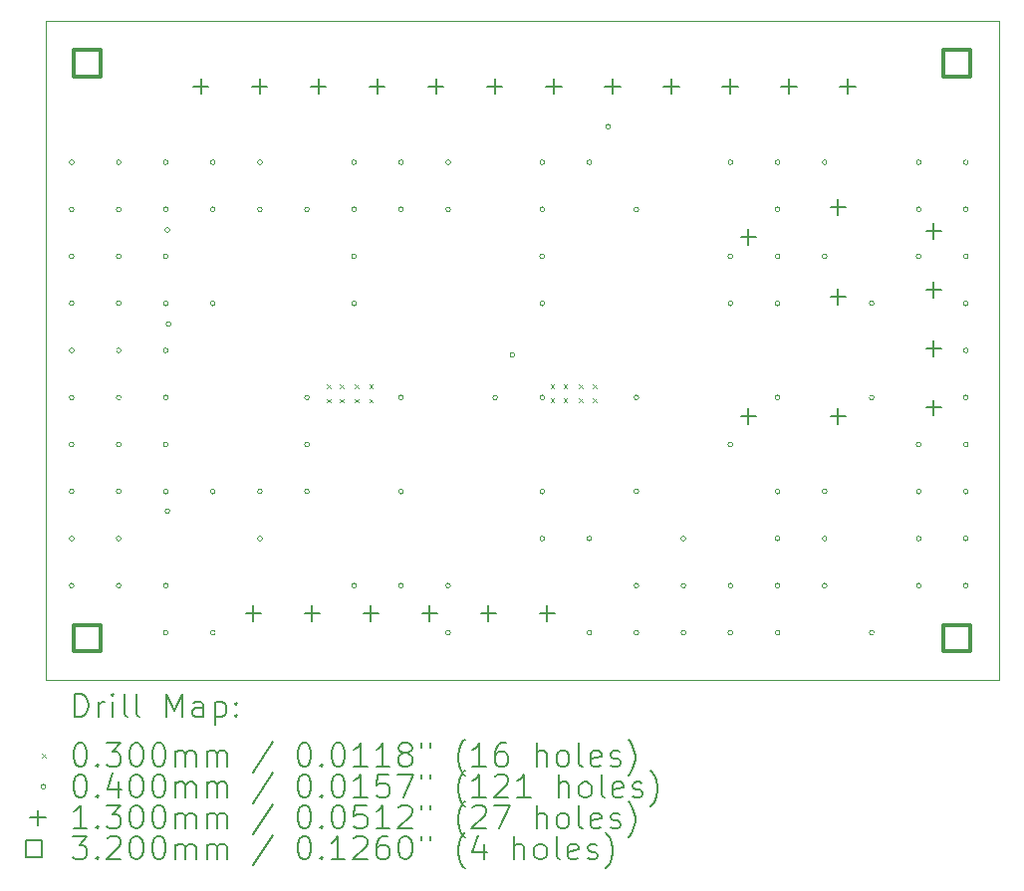
<source format=gbr>
%TF.GenerationSoftware,KiCad,Pcbnew,7.0.1*%
%TF.CreationDate,2023-12-04T13:49:38-08:00*%
%TF.ProjectId,GReX_Power,47526558-5f50-46f7-9765-722e6b696361,2*%
%TF.SameCoordinates,Original*%
%TF.FileFunction,Drillmap*%
%TF.FilePolarity,Positive*%
%FSLAX45Y45*%
G04 Gerber Fmt 4.5, Leading zero omitted, Abs format (unit mm)*
G04 Created by KiCad (PCBNEW 7.0.1) date 2023-12-04 13:49:38*
%MOMM*%
%LPD*%
G01*
G04 APERTURE LIST*
%ADD10C,0.100000*%
%ADD11C,0.200000*%
%ADD12C,0.030000*%
%ADD13C,0.040000*%
%ADD14C,0.130000*%
%ADD15C,0.320000*%
G04 APERTURE END LIST*
D10*
X12710000Y-7075000D02*
X20810000Y-7075000D01*
X20810000Y-12675000D01*
X12710000Y-12675000D01*
X12710000Y-7075000D01*
D11*
D12*
X15095300Y-10165000D02*
X15125300Y-10195000D01*
X15125300Y-10165000D02*
X15095300Y-10195000D01*
X15095300Y-10285000D02*
X15125300Y-10315000D01*
X15125300Y-10285000D02*
X15095300Y-10315000D01*
X15205300Y-10165000D02*
X15235300Y-10195000D01*
X15235300Y-10165000D02*
X15205300Y-10195000D01*
X15205300Y-10285000D02*
X15235300Y-10315000D01*
X15235300Y-10285000D02*
X15205300Y-10315000D01*
X15335300Y-10165000D02*
X15365300Y-10195000D01*
X15365300Y-10165000D02*
X15335300Y-10195000D01*
X15335300Y-10285000D02*
X15365300Y-10315000D01*
X15365300Y-10285000D02*
X15335300Y-10315000D01*
X15455300Y-10165000D02*
X15485300Y-10195000D01*
X15485300Y-10165000D02*
X15455300Y-10195000D01*
X15455300Y-10285000D02*
X15485300Y-10315000D01*
X15485300Y-10285000D02*
X15455300Y-10315000D01*
X16998100Y-10164000D02*
X17028100Y-10194000D01*
X17028100Y-10164000D02*
X16998100Y-10194000D01*
X16998100Y-10284000D02*
X17028100Y-10314000D01*
X17028100Y-10284000D02*
X16998100Y-10314000D01*
X17108100Y-10164000D02*
X17138100Y-10194000D01*
X17138100Y-10164000D02*
X17108100Y-10194000D01*
X17108100Y-10284000D02*
X17138100Y-10314000D01*
X17138100Y-10284000D02*
X17108100Y-10314000D01*
X17238100Y-10164000D02*
X17268100Y-10194000D01*
X17268100Y-10164000D02*
X17238100Y-10194000D01*
X17238100Y-10284000D02*
X17268100Y-10314000D01*
X17268100Y-10284000D02*
X17238100Y-10314000D01*
X17358100Y-10164000D02*
X17388100Y-10194000D01*
X17388100Y-10164000D02*
X17358100Y-10194000D01*
X17358100Y-10284000D02*
X17388100Y-10314000D01*
X17388100Y-10284000D02*
X17358100Y-10314000D01*
D13*
X12945900Y-8273800D02*
G75*
G03*
X12945900Y-8273800I-20000J0D01*
G01*
X12945900Y-8673800D02*
G75*
G03*
X12945900Y-8673800I-20000J0D01*
G01*
X12945900Y-9073800D02*
G75*
G03*
X12945900Y-9073800I-20000J0D01*
G01*
X12945900Y-9473800D02*
G75*
G03*
X12945900Y-9473800I-20000J0D01*
G01*
X12945900Y-9873800D02*
G75*
G03*
X12945900Y-9873800I-20000J0D01*
G01*
X12945900Y-10273800D02*
G75*
G03*
X12945900Y-10273800I-20000J0D01*
G01*
X12945900Y-10673800D02*
G75*
G03*
X12945900Y-10673800I-20000J0D01*
G01*
X12945900Y-11073800D02*
G75*
G03*
X12945900Y-11073800I-20000J0D01*
G01*
X12945900Y-11473800D02*
G75*
G03*
X12945900Y-11473800I-20000J0D01*
G01*
X12945900Y-11873800D02*
G75*
G03*
X12945900Y-11873800I-20000J0D01*
G01*
X13345900Y-8273800D02*
G75*
G03*
X13345900Y-8273800I-20000J0D01*
G01*
X13345900Y-8673800D02*
G75*
G03*
X13345900Y-8673800I-20000J0D01*
G01*
X13345900Y-9073800D02*
G75*
G03*
X13345900Y-9073800I-20000J0D01*
G01*
X13345900Y-9473800D02*
G75*
G03*
X13345900Y-9473800I-20000J0D01*
G01*
X13345900Y-9873800D02*
G75*
G03*
X13345900Y-9873800I-20000J0D01*
G01*
X13345900Y-10273800D02*
G75*
G03*
X13345900Y-10273800I-20000J0D01*
G01*
X13345900Y-10673800D02*
G75*
G03*
X13345900Y-10673800I-20000J0D01*
G01*
X13345900Y-11073800D02*
G75*
G03*
X13345900Y-11073800I-20000J0D01*
G01*
X13345900Y-11473800D02*
G75*
G03*
X13345900Y-11473800I-20000J0D01*
G01*
X13345900Y-11873800D02*
G75*
G03*
X13345900Y-11873800I-20000J0D01*
G01*
X13745900Y-8273800D02*
G75*
G03*
X13745900Y-8273800I-20000J0D01*
G01*
X13745900Y-8673800D02*
G75*
G03*
X13745900Y-8673800I-20000J0D01*
G01*
X13745900Y-9073800D02*
G75*
G03*
X13745900Y-9073800I-20000J0D01*
G01*
X13745900Y-9473800D02*
G75*
G03*
X13745900Y-9473800I-20000J0D01*
G01*
X13745900Y-9873800D02*
G75*
G03*
X13745900Y-9873800I-20000J0D01*
G01*
X13745900Y-10273800D02*
G75*
G03*
X13745900Y-10273800I-20000J0D01*
G01*
X13745900Y-10673800D02*
G75*
G03*
X13745900Y-10673800I-20000J0D01*
G01*
X13745900Y-11073800D02*
G75*
G03*
X13745900Y-11073800I-20000J0D01*
G01*
X13745900Y-11873800D02*
G75*
G03*
X13745900Y-11873800I-20000J0D01*
G01*
X13745900Y-12273800D02*
G75*
G03*
X13745900Y-12273800I-20000J0D01*
G01*
X13760000Y-8850000D02*
G75*
G03*
X13760000Y-8850000I-20000J0D01*
G01*
X13760000Y-11240000D02*
G75*
G03*
X13760000Y-11240000I-20000J0D01*
G01*
X13770000Y-9650000D02*
G75*
G03*
X13770000Y-9650000I-20000J0D01*
G01*
X14145900Y-8273800D02*
G75*
G03*
X14145900Y-8273800I-20000J0D01*
G01*
X14145900Y-8673800D02*
G75*
G03*
X14145900Y-8673800I-20000J0D01*
G01*
X14145900Y-9473800D02*
G75*
G03*
X14145900Y-9473800I-20000J0D01*
G01*
X14145900Y-11073800D02*
G75*
G03*
X14145900Y-11073800I-20000J0D01*
G01*
X14145900Y-12273800D02*
G75*
G03*
X14145900Y-12273800I-20000J0D01*
G01*
X14545900Y-8273800D02*
G75*
G03*
X14545900Y-8273800I-20000J0D01*
G01*
X14545900Y-8673800D02*
G75*
G03*
X14545900Y-8673800I-20000J0D01*
G01*
X14545900Y-11073800D02*
G75*
G03*
X14545900Y-11073800I-20000J0D01*
G01*
X14545900Y-11473800D02*
G75*
G03*
X14545900Y-11473800I-20000J0D01*
G01*
X14945900Y-8673800D02*
G75*
G03*
X14945900Y-8673800I-20000J0D01*
G01*
X14945900Y-10273800D02*
G75*
G03*
X14945900Y-10273800I-20000J0D01*
G01*
X14945900Y-10673800D02*
G75*
G03*
X14945900Y-10673800I-20000J0D01*
G01*
X14945900Y-11073800D02*
G75*
G03*
X14945900Y-11073800I-20000J0D01*
G01*
X15345900Y-8273800D02*
G75*
G03*
X15345900Y-8273800I-20000J0D01*
G01*
X15345900Y-8673800D02*
G75*
G03*
X15345900Y-8673800I-20000J0D01*
G01*
X15345900Y-9073800D02*
G75*
G03*
X15345900Y-9073800I-20000J0D01*
G01*
X15345900Y-9473800D02*
G75*
G03*
X15345900Y-9473800I-20000J0D01*
G01*
X15345900Y-11873800D02*
G75*
G03*
X15345900Y-11873800I-20000J0D01*
G01*
X15745900Y-8273800D02*
G75*
G03*
X15745900Y-8273800I-20000J0D01*
G01*
X15745900Y-8673800D02*
G75*
G03*
X15745900Y-8673800I-20000J0D01*
G01*
X15745900Y-10273800D02*
G75*
G03*
X15745900Y-10273800I-20000J0D01*
G01*
X15745900Y-11073800D02*
G75*
G03*
X15745900Y-11073800I-20000J0D01*
G01*
X15745900Y-11873800D02*
G75*
G03*
X15745900Y-11873800I-20000J0D01*
G01*
X16145900Y-8273800D02*
G75*
G03*
X16145900Y-8273800I-20000J0D01*
G01*
X16145900Y-8673800D02*
G75*
G03*
X16145900Y-8673800I-20000J0D01*
G01*
X16145900Y-11873800D02*
G75*
G03*
X16145900Y-11873800I-20000J0D01*
G01*
X16145900Y-12273800D02*
G75*
G03*
X16145900Y-12273800I-20000J0D01*
G01*
X16545900Y-10273800D02*
G75*
G03*
X16545900Y-10273800I-20000J0D01*
G01*
X16692400Y-9912100D02*
G75*
G03*
X16692400Y-9912100I-20000J0D01*
G01*
X16945900Y-8273800D02*
G75*
G03*
X16945900Y-8273800I-20000J0D01*
G01*
X16945900Y-8673800D02*
G75*
G03*
X16945900Y-8673800I-20000J0D01*
G01*
X16945900Y-9073800D02*
G75*
G03*
X16945900Y-9073800I-20000J0D01*
G01*
X16945900Y-9473800D02*
G75*
G03*
X16945900Y-9473800I-20000J0D01*
G01*
X16945900Y-10273800D02*
G75*
G03*
X16945900Y-10273800I-20000J0D01*
G01*
X16945900Y-11073800D02*
G75*
G03*
X16945900Y-11073800I-20000J0D01*
G01*
X16945900Y-11473800D02*
G75*
G03*
X16945900Y-11473800I-20000J0D01*
G01*
X17345900Y-8273800D02*
G75*
G03*
X17345900Y-8273800I-20000J0D01*
G01*
X17345900Y-11473800D02*
G75*
G03*
X17345900Y-11473800I-20000J0D01*
G01*
X17345900Y-12273800D02*
G75*
G03*
X17345900Y-12273800I-20000J0D01*
G01*
X17505200Y-7970000D02*
G75*
G03*
X17505200Y-7970000I-20000J0D01*
G01*
X17745900Y-8673800D02*
G75*
G03*
X17745900Y-8673800I-20000J0D01*
G01*
X17745900Y-10273800D02*
G75*
G03*
X17745900Y-10273800I-20000J0D01*
G01*
X17745900Y-11073800D02*
G75*
G03*
X17745900Y-11073800I-20000J0D01*
G01*
X17745900Y-11873800D02*
G75*
G03*
X17745900Y-11873800I-20000J0D01*
G01*
X17745900Y-12273800D02*
G75*
G03*
X17745900Y-12273800I-20000J0D01*
G01*
X18145900Y-11473800D02*
G75*
G03*
X18145900Y-11473800I-20000J0D01*
G01*
X18145900Y-11873800D02*
G75*
G03*
X18145900Y-11873800I-20000J0D01*
G01*
X18145900Y-12273800D02*
G75*
G03*
X18145900Y-12273800I-20000J0D01*
G01*
X18545900Y-8273800D02*
G75*
G03*
X18545900Y-8273800I-20000J0D01*
G01*
X18545900Y-9073800D02*
G75*
G03*
X18545900Y-9073800I-20000J0D01*
G01*
X18545900Y-9473800D02*
G75*
G03*
X18545900Y-9473800I-20000J0D01*
G01*
X18545900Y-10673800D02*
G75*
G03*
X18545900Y-10673800I-20000J0D01*
G01*
X18545900Y-11873800D02*
G75*
G03*
X18545900Y-11873800I-20000J0D01*
G01*
X18545900Y-12273800D02*
G75*
G03*
X18545900Y-12273800I-20000J0D01*
G01*
X18945900Y-8273800D02*
G75*
G03*
X18945900Y-8273800I-20000J0D01*
G01*
X18945900Y-8673800D02*
G75*
G03*
X18945900Y-8673800I-20000J0D01*
G01*
X18945900Y-9073800D02*
G75*
G03*
X18945900Y-9073800I-20000J0D01*
G01*
X18945900Y-9473800D02*
G75*
G03*
X18945900Y-9473800I-20000J0D01*
G01*
X18945900Y-10273800D02*
G75*
G03*
X18945900Y-10273800I-20000J0D01*
G01*
X18945900Y-11073800D02*
G75*
G03*
X18945900Y-11073800I-20000J0D01*
G01*
X18945900Y-11473800D02*
G75*
G03*
X18945900Y-11473800I-20000J0D01*
G01*
X18945900Y-11873800D02*
G75*
G03*
X18945900Y-11873800I-20000J0D01*
G01*
X18945900Y-12273800D02*
G75*
G03*
X18945900Y-12273800I-20000J0D01*
G01*
X19345900Y-8273800D02*
G75*
G03*
X19345900Y-8273800I-20000J0D01*
G01*
X19345900Y-9073800D02*
G75*
G03*
X19345900Y-9073800I-20000J0D01*
G01*
X19345900Y-11073800D02*
G75*
G03*
X19345900Y-11073800I-20000J0D01*
G01*
X19345900Y-11473800D02*
G75*
G03*
X19345900Y-11473800I-20000J0D01*
G01*
X19345900Y-11873800D02*
G75*
G03*
X19345900Y-11873800I-20000J0D01*
G01*
X19745900Y-9473800D02*
G75*
G03*
X19745900Y-9473800I-20000J0D01*
G01*
X19745900Y-10273800D02*
G75*
G03*
X19745900Y-10273800I-20000J0D01*
G01*
X19745900Y-12273800D02*
G75*
G03*
X19745900Y-12273800I-20000J0D01*
G01*
X20145900Y-8273800D02*
G75*
G03*
X20145900Y-8273800I-20000J0D01*
G01*
X20145900Y-8673800D02*
G75*
G03*
X20145900Y-8673800I-20000J0D01*
G01*
X20145900Y-9073800D02*
G75*
G03*
X20145900Y-9073800I-20000J0D01*
G01*
X20145900Y-10673800D02*
G75*
G03*
X20145900Y-10673800I-20000J0D01*
G01*
X20145900Y-11073800D02*
G75*
G03*
X20145900Y-11073800I-20000J0D01*
G01*
X20145900Y-11473800D02*
G75*
G03*
X20145900Y-11473800I-20000J0D01*
G01*
X20145900Y-11873800D02*
G75*
G03*
X20145900Y-11873800I-20000J0D01*
G01*
X20545900Y-8273800D02*
G75*
G03*
X20545900Y-8273800I-20000J0D01*
G01*
X20545900Y-8673800D02*
G75*
G03*
X20545900Y-8673800I-20000J0D01*
G01*
X20545900Y-9073800D02*
G75*
G03*
X20545900Y-9073800I-20000J0D01*
G01*
X20545900Y-9473800D02*
G75*
G03*
X20545900Y-9473800I-20000J0D01*
G01*
X20545900Y-9873800D02*
G75*
G03*
X20545900Y-9873800I-20000J0D01*
G01*
X20545900Y-10273800D02*
G75*
G03*
X20545900Y-10273800I-20000J0D01*
G01*
X20545900Y-10673800D02*
G75*
G03*
X20545900Y-10673800I-20000J0D01*
G01*
X20545900Y-11073800D02*
G75*
G03*
X20545900Y-11073800I-20000J0D01*
G01*
X20545900Y-11473800D02*
G75*
G03*
X20545900Y-11473800I-20000J0D01*
G01*
X20545900Y-11873800D02*
G75*
G03*
X20545900Y-11873800I-20000J0D01*
G01*
D14*
X14023300Y-7561100D02*
X14023300Y-7691100D01*
X13958300Y-7626100D02*
X14088300Y-7626100D01*
X14469200Y-12044200D02*
X14469200Y-12174200D01*
X14404200Y-12109200D02*
X14534200Y-12109200D01*
X14523300Y-7561100D02*
X14523300Y-7691100D01*
X14458300Y-7626100D02*
X14588300Y-7626100D01*
X14969200Y-12044200D02*
X14969200Y-12174200D01*
X14904200Y-12109200D02*
X15034200Y-12109200D01*
X15023300Y-7561100D02*
X15023300Y-7691100D01*
X14958300Y-7626100D02*
X15088300Y-7626100D01*
X15469200Y-12044200D02*
X15469200Y-12174200D01*
X15404200Y-12109200D02*
X15534200Y-12109200D01*
X15523300Y-7561100D02*
X15523300Y-7691100D01*
X15458300Y-7626100D02*
X15588300Y-7626100D01*
X15969200Y-12044200D02*
X15969200Y-12174200D01*
X15904200Y-12109200D02*
X16034200Y-12109200D01*
X16023300Y-7561100D02*
X16023300Y-7691100D01*
X15958300Y-7626100D02*
X16088300Y-7626100D01*
X16469200Y-12044200D02*
X16469200Y-12174200D01*
X16404200Y-12109200D02*
X16534200Y-12109200D01*
X16523300Y-7561100D02*
X16523300Y-7691100D01*
X16458300Y-7626100D02*
X16588300Y-7626100D01*
X16969200Y-12044200D02*
X16969200Y-12174200D01*
X16904200Y-12109200D02*
X17034200Y-12109200D01*
X17023300Y-7561100D02*
X17023300Y-7691100D01*
X16958300Y-7626100D02*
X17088300Y-7626100D01*
X17523300Y-7561100D02*
X17523300Y-7691100D01*
X17458300Y-7626100D02*
X17588300Y-7626100D01*
X18023300Y-7561100D02*
X18023300Y-7691100D01*
X17958300Y-7626100D02*
X18088300Y-7626100D01*
X18523300Y-7561100D02*
X18523300Y-7691100D01*
X18458300Y-7626100D02*
X18588300Y-7626100D01*
X18679000Y-8843800D02*
X18679000Y-8973800D01*
X18614000Y-8908800D02*
X18744000Y-8908800D01*
X18679000Y-10367800D02*
X18679000Y-10497800D01*
X18614000Y-10432800D02*
X18744000Y-10432800D01*
X19023300Y-7561100D02*
X19023300Y-7691100D01*
X18958300Y-7626100D02*
X19088300Y-7626100D01*
X19441000Y-8589800D02*
X19441000Y-8719800D01*
X19376000Y-8654800D02*
X19506000Y-8654800D01*
X19441000Y-9351800D02*
X19441000Y-9481800D01*
X19376000Y-9416800D02*
X19506000Y-9416800D01*
X19441000Y-10367800D02*
X19441000Y-10497800D01*
X19376000Y-10432800D02*
X19506000Y-10432800D01*
X19523300Y-7561100D02*
X19523300Y-7691100D01*
X19458300Y-7626100D02*
X19588300Y-7626100D01*
X20253800Y-8793000D02*
X20253800Y-8923000D01*
X20188800Y-8858000D02*
X20318800Y-8858000D01*
X20253800Y-9293000D02*
X20253800Y-9423000D01*
X20188800Y-9358000D02*
X20318800Y-9358000D01*
X20253800Y-9793000D02*
X20253800Y-9923000D01*
X20188800Y-9858000D02*
X20318800Y-9858000D01*
X20253800Y-10293000D02*
X20253800Y-10423000D01*
X20188800Y-10358000D02*
X20318800Y-10358000D01*
D15*
X13173138Y-7543138D02*
X13173138Y-7316862D01*
X12946862Y-7316862D01*
X12946862Y-7543138D01*
X13173138Y-7543138D01*
X13173138Y-12433138D02*
X13173138Y-12206862D01*
X12946862Y-12206862D01*
X12946862Y-12433138D01*
X13173138Y-12433138D01*
X20563138Y-7543138D02*
X20563138Y-7316862D01*
X20336862Y-7316862D01*
X20336862Y-7543138D01*
X20563138Y-7543138D01*
X20563138Y-12433138D02*
X20563138Y-12206862D01*
X20336862Y-12206862D01*
X20336862Y-12433138D01*
X20563138Y-12433138D01*
D11*
X12952619Y-12992524D02*
X12952619Y-12792524D01*
X12952619Y-12792524D02*
X13000238Y-12792524D01*
X13000238Y-12792524D02*
X13028809Y-12802048D01*
X13028809Y-12802048D02*
X13047857Y-12821095D01*
X13047857Y-12821095D02*
X13057381Y-12840143D01*
X13057381Y-12840143D02*
X13066905Y-12878238D01*
X13066905Y-12878238D02*
X13066905Y-12906809D01*
X13066905Y-12906809D02*
X13057381Y-12944905D01*
X13057381Y-12944905D02*
X13047857Y-12963952D01*
X13047857Y-12963952D02*
X13028809Y-12983000D01*
X13028809Y-12983000D02*
X13000238Y-12992524D01*
X13000238Y-12992524D02*
X12952619Y-12992524D01*
X13152619Y-12992524D02*
X13152619Y-12859190D01*
X13152619Y-12897286D02*
X13162143Y-12878238D01*
X13162143Y-12878238D02*
X13171667Y-12868714D01*
X13171667Y-12868714D02*
X13190714Y-12859190D01*
X13190714Y-12859190D02*
X13209762Y-12859190D01*
X13276428Y-12992524D02*
X13276428Y-12859190D01*
X13276428Y-12792524D02*
X13266905Y-12802048D01*
X13266905Y-12802048D02*
X13276428Y-12811571D01*
X13276428Y-12811571D02*
X13285952Y-12802048D01*
X13285952Y-12802048D02*
X13276428Y-12792524D01*
X13276428Y-12792524D02*
X13276428Y-12811571D01*
X13400238Y-12992524D02*
X13381190Y-12983000D01*
X13381190Y-12983000D02*
X13371667Y-12963952D01*
X13371667Y-12963952D02*
X13371667Y-12792524D01*
X13505000Y-12992524D02*
X13485952Y-12983000D01*
X13485952Y-12983000D02*
X13476428Y-12963952D01*
X13476428Y-12963952D02*
X13476428Y-12792524D01*
X13733571Y-12992524D02*
X13733571Y-12792524D01*
X13733571Y-12792524D02*
X13800238Y-12935381D01*
X13800238Y-12935381D02*
X13866905Y-12792524D01*
X13866905Y-12792524D02*
X13866905Y-12992524D01*
X14047857Y-12992524D02*
X14047857Y-12887762D01*
X14047857Y-12887762D02*
X14038333Y-12868714D01*
X14038333Y-12868714D02*
X14019286Y-12859190D01*
X14019286Y-12859190D02*
X13981190Y-12859190D01*
X13981190Y-12859190D02*
X13962143Y-12868714D01*
X14047857Y-12983000D02*
X14028809Y-12992524D01*
X14028809Y-12992524D02*
X13981190Y-12992524D01*
X13981190Y-12992524D02*
X13962143Y-12983000D01*
X13962143Y-12983000D02*
X13952619Y-12963952D01*
X13952619Y-12963952D02*
X13952619Y-12944905D01*
X13952619Y-12944905D02*
X13962143Y-12925857D01*
X13962143Y-12925857D02*
X13981190Y-12916333D01*
X13981190Y-12916333D02*
X14028809Y-12916333D01*
X14028809Y-12916333D02*
X14047857Y-12906809D01*
X14143095Y-12859190D02*
X14143095Y-13059190D01*
X14143095Y-12868714D02*
X14162143Y-12859190D01*
X14162143Y-12859190D02*
X14200238Y-12859190D01*
X14200238Y-12859190D02*
X14219286Y-12868714D01*
X14219286Y-12868714D02*
X14228809Y-12878238D01*
X14228809Y-12878238D02*
X14238333Y-12897286D01*
X14238333Y-12897286D02*
X14238333Y-12954428D01*
X14238333Y-12954428D02*
X14228809Y-12973476D01*
X14228809Y-12973476D02*
X14219286Y-12983000D01*
X14219286Y-12983000D02*
X14200238Y-12992524D01*
X14200238Y-12992524D02*
X14162143Y-12992524D01*
X14162143Y-12992524D02*
X14143095Y-12983000D01*
X14324048Y-12973476D02*
X14333571Y-12983000D01*
X14333571Y-12983000D02*
X14324048Y-12992524D01*
X14324048Y-12992524D02*
X14314524Y-12983000D01*
X14314524Y-12983000D02*
X14324048Y-12973476D01*
X14324048Y-12973476D02*
X14324048Y-12992524D01*
X14324048Y-12868714D02*
X14333571Y-12878238D01*
X14333571Y-12878238D02*
X14324048Y-12887762D01*
X14324048Y-12887762D02*
X14314524Y-12878238D01*
X14314524Y-12878238D02*
X14324048Y-12868714D01*
X14324048Y-12868714D02*
X14324048Y-12887762D01*
D12*
X12675000Y-13305000D02*
X12705000Y-13335000D01*
X12705000Y-13305000D02*
X12675000Y-13335000D01*
D11*
X12990714Y-13212524D02*
X13009762Y-13212524D01*
X13009762Y-13212524D02*
X13028809Y-13222048D01*
X13028809Y-13222048D02*
X13038333Y-13231571D01*
X13038333Y-13231571D02*
X13047857Y-13250619D01*
X13047857Y-13250619D02*
X13057381Y-13288714D01*
X13057381Y-13288714D02*
X13057381Y-13336333D01*
X13057381Y-13336333D02*
X13047857Y-13374428D01*
X13047857Y-13374428D02*
X13038333Y-13393476D01*
X13038333Y-13393476D02*
X13028809Y-13403000D01*
X13028809Y-13403000D02*
X13009762Y-13412524D01*
X13009762Y-13412524D02*
X12990714Y-13412524D01*
X12990714Y-13412524D02*
X12971667Y-13403000D01*
X12971667Y-13403000D02*
X12962143Y-13393476D01*
X12962143Y-13393476D02*
X12952619Y-13374428D01*
X12952619Y-13374428D02*
X12943095Y-13336333D01*
X12943095Y-13336333D02*
X12943095Y-13288714D01*
X12943095Y-13288714D02*
X12952619Y-13250619D01*
X12952619Y-13250619D02*
X12962143Y-13231571D01*
X12962143Y-13231571D02*
X12971667Y-13222048D01*
X12971667Y-13222048D02*
X12990714Y-13212524D01*
X13143095Y-13393476D02*
X13152619Y-13403000D01*
X13152619Y-13403000D02*
X13143095Y-13412524D01*
X13143095Y-13412524D02*
X13133571Y-13403000D01*
X13133571Y-13403000D02*
X13143095Y-13393476D01*
X13143095Y-13393476D02*
X13143095Y-13412524D01*
X13219286Y-13212524D02*
X13343095Y-13212524D01*
X13343095Y-13212524D02*
X13276428Y-13288714D01*
X13276428Y-13288714D02*
X13305000Y-13288714D01*
X13305000Y-13288714D02*
X13324048Y-13298238D01*
X13324048Y-13298238D02*
X13333571Y-13307762D01*
X13333571Y-13307762D02*
X13343095Y-13326809D01*
X13343095Y-13326809D02*
X13343095Y-13374428D01*
X13343095Y-13374428D02*
X13333571Y-13393476D01*
X13333571Y-13393476D02*
X13324048Y-13403000D01*
X13324048Y-13403000D02*
X13305000Y-13412524D01*
X13305000Y-13412524D02*
X13247857Y-13412524D01*
X13247857Y-13412524D02*
X13228809Y-13403000D01*
X13228809Y-13403000D02*
X13219286Y-13393476D01*
X13466905Y-13212524D02*
X13485952Y-13212524D01*
X13485952Y-13212524D02*
X13505000Y-13222048D01*
X13505000Y-13222048D02*
X13514524Y-13231571D01*
X13514524Y-13231571D02*
X13524048Y-13250619D01*
X13524048Y-13250619D02*
X13533571Y-13288714D01*
X13533571Y-13288714D02*
X13533571Y-13336333D01*
X13533571Y-13336333D02*
X13524048Y-13374428D01*
X13524048Y-13374428D02*
X13514524Y-13393476D01*
X13514524Y-13393476D02*
X13505000Y-13403000D01*
X13505000Y-13403000D02*
X13485952Y-13412524D01*
X13485952Y-13412524D02*
X13466905Y-13412524D01*
X13466905Y-13412524D02*
X13447857Y-13403000D01*
X13447857Y-13403000D02*
X13438333Y-13393476D01*
X13438333Y-13393476D02*
X13428809Y-13374428D01*
X13428809Y-13374428D02*
X13419286Y-13336333D01*
X13419286Y-13336333D02*
X13419286Y-13288714D01*
X13419286Y-13288714D02*
X13428809Y-13250619D01*
X13428809Y-13250619D02*
X13438333Y-13231571D01*
X13438333Y-13231571D02*
X13447857Y-13222048D01*
X13447857Y-13222048D02*
X13466905Y-13212524D01*
X13657381Y-13212524D02*
X13676429Y-13212524D01*
X13676429Y-13212524D02*
X13695476Y-13222048D01*
X13695476Y-13222048D02*
X13705000Y-13231571D01*
X13705000Y-13231571D02*
X13714524Y-13250619D01*
X13714524Y-13250619D02*
X13724048Y-13288714D01*
X13724048Y-13288714D02*
X13724048Y-13336333D01*
X13724048Y-13336333D02*
X13714524Y-13374428D01*
X13714524Y-13374428D02*
X13705000Y-13393476D01*
X13705000Y-13393476D02*
X13695476Y-13403000D01*
X13695476Y-13403000D02*
X13676429Y-13412524D01*
X13676429Y-13412524D02*
X13657381Y-13412524D01*
X13657381Y-13412524D02*
X13638333Y-13403000D01*
X13638333Y-13403000D02*
X13628809Y-13393476D01*
X13628809Y-13393476D02*
X13619286Y-13374428D01*
X13619286Y-13374428D02*
X13609762Y-13336333D01*
X13609762Y-13336333D02*
X13609762Y-13288714D01*
X13609762Y-13288714D02*
X13619286Y-13250619D01*
X13619286Y-13250619D02*
X13628809Y-13231571D01*
X13628809Y-13231571D02*
X13638333Y-13222048D01*
X13638333Y-13222048D02*
X13657381Y-13212524D01*
X13809762Y-13412524D02*
X13809762Y-13279190D01*
X13809762Y-13298238D02*
X13819286Y-13288714D01*
X13819286Y-13288714D02*
X13838333Y-13279190D01*
X13838333Y-13279190D02*
X13866905Y-13279190D01*
X13866905Y-13279190D02*
X13885952Y-13288714D01*
X13885952Y-13288714D02*
X13895476Y-13307762D01*
X13895476Y-13307762D02*
X13895476Y-13412524D01*
X13895476Y-13307762D02*
X13905000Y-13288714D01*
X13905000Y-13288714D02*
X13924048Y-13279190D01*
X13924048Y-13279190D02*
X13952619Y-13279190D01*
X13952619Y-13279190D02*
X13971667Y-13288714D01*
X13971667Y-13288714D02*
X13981190Y-13307762D01*
X13981190Y-13307762D02*
X13981190Y-13412524D01*
X14076429Y-13412524D02*
X14076429Y-13279190D01*
X14076429Y-13298238D02*
X14085952Y-13288714D01*
X14085952Y-13288714D02*
X14105000Y-13279190D01*
X14105000Y-13279190D02*
X14133571Y-13279190D01*
X14133571Y-13279190D02*
X14152619Y-13288714D01*
X14152619Y-13288714D02*
X14162143Y-13307762D01*
X14162143Y-13307762D02*
X14162143Y-13412524D01*
X14162143Y-13307762D02*
X14171667Y-13288714D01*
X14171667Y-13288714D02*
X14190714Y-13279190D01*
X14190714Y-13279190D02*
X14219286Y-13279190D01*
X14219286Y-13279190D02*
X14238333Y-13288714D01*
X14238333Y-13288714D02*
X14247857Y-13307762D01*
X14247857Y-13307762D02*
X14247857Y-13412524D01*
X14638333Y-13203000D02*
X14466905Y-13460143D01*
X14895476Y-13212524D02*
X14914524Y-13212524D01*
X14914524Y-13212524D02*
X14933572Y-13222048D01*
X14933572Y-13222048D02*
X14943095Y-13231571D01*
X14943095Y-13231571D02*
X14952619Y-13250619D01*
X14952619Y-13250619D02*
X14962143Y-13288714D01*
X14962143Y-13288714D02*
X14962143Y-13336333D01*
X14962143Y-13336333D02*
X14952619Y-13374428D01*
X14952619Y-13374428D02*
X14943095Y-13393476D01*
X14943095Y-13393476D02*
X14933572Y-13403000D01*
X14933572Y-13403000D02*
X14914524Y-13412524D01*
X14914524Y-13412524D02*
X14895476Y-13412524D01*
X14895476Y-13412524D02*
X14876429Y-13403000D01*
X14876429Y-13403000D02*
X14866905Y-13393476D01*
X14866905Y-13393476D02*
X14857381Y-13374428D01*
X14857381Y-13374428D02*
X14847857Y-13336333D01*
X14847857Y-13336333D02*
X14847857Y-13288714D01*
X14847857Y-13288714D02*
X14857381Y-13250619D01*
X14857381Y-13250619D02*
X14866905Y-13231571D01*
X14866905Y-13231571D02*
X14876429Y-13222048D01*
X14876429Y-13222048D02*
X14895476Y-13212524D01*
X15047857Y-13393476D02*
X15057381Y-13403000D01*
X15057381Y-13403000D02*
X15047857Y-13412524D01*
X15047857Y-13412524D02*
X15038333Y-13403000D01*
X15038333Y-13403000D02*
X15047857Y-13393476D01*
X15047857Y-13393476D02*
X15047857Y-13412524D01*
X15181191Y-13212524D02*
X15200238Y-13212524D01*
X15200238Y-13212524D02*
X15219286Y-13222048D01*
X15219286Y-13222048D02*
X15228810Y-13231571D01*
X15228810Y-13231571D02*
X15238333Y-13250619D01*
X15238333Y-13250619D02*
X15247857Y-13288714D01*
X15247857Y-13288714D02*
X15247857Y-13336333D01*
X15247857Y-13336333D02*
X15238333Y-13374428D01*
X15238333Y-13374428D02*
X15228810Y-13393476D01*
X15228810Y-13393476D02*
X15219286Y-13403000D01*
X15219286Y-13403000D02*
X15200238Y-13412524D01*
X15200238Y-13412524D02*
X15181191Y-13412524D01*
X15181191Y-13412524D02*
X15162143Y-13403000D01*
X15162143Y-13403000D02*
X15152619Y-13393476D01*
X15152619Y-13393476D02*
X15143095Y-13374428D01*
X15143095Y-13374428D02*
X15133572Y-13336333D01*
X15133572Y-13336333D02*
X15133572Y-13288714D01*
X15133572Y-13288714D02*
X15143095Y-13250619D01*
X15143095Y-13250619D02*
X15152619Y-13231571D01*
X15152619Y-13231571D02*
X15162143Y-13222048D01*
X15162143Y-13222048D02*
X15181191Y-13212524D01*
X15438333Y-13412524D02*
X15324048Y-13412524D01*
X15381191Y-13412524D02*
X15381191Y-13212524D01*
X15381191Y-13212524D02*
X15362143Y-13241095D01*
X15362143Y-13241095D02*
X15343095Y-13260143D01*
X15343095Y-13260143D02*
X15324048Y-13269667D01*
X15628810Y-13412524D02*
X15514524Y-13412524D01*
X15571667Y-13412524D02*
X15571667Y-13212524D01*
X15571667Y-13212524D02*
X15552619Y-13241095D01*
X15552619Y-13241095D02*
X15533572Y-13260143D01*
X15533572Y-13260143D02*
X15514524Y-13269667D01*
X15743095Y-13298238D02*
X15724048Y-13288714D01*
X15724048Y-13288714D02*
X15714524Y-13279190D01*
X15714524Y-13279190D02*
X15705000Y-13260143D01*
X15705000Y-13260143D02*
X15705000Y-13250619D01*
X15705000Y-13250619D02*
X15714524Y-13231571D01*
X15714524Y-13231571D02*
X15724048Y-13222048D01*
X15724048Y-13222048D02*
X15743095Y-13212524D01*
X15743095Y-13212524D02*
X15781191Y-13212524D01*
X15781191Y-13212524D02*
X15800238Y-13222048D01*
X15800238Y-13222048D02*
X15809762Y-13231571D01*
X15809762Y-13231571D02*
X15819286Y-13250619D01*
X15819286Y-13250619D02*
X15819286Y-13260143D01*
X15819286Y-13260143D02*
X15809762Y-13279190D01*
X15809762Y-13279190D02*
X15800238Y-13288714D01*
X15800238Y-13288714D02*
X15781191Y-13298238D01*
X15781191Y-13298238D02*
X15743095Y-13298238D01*
X15743095Y-13298238D02*
X15724048Y-13307762D01*
X15724048Y-13307762D02*
X15714524Y-13317286D01*
X15714524Y-13317286D02*
X15705000Y-13336333D01*
X15705000Y-13336333D02*
X15705000Y-13374428D01*
X15705000Y-13374428D02*
X15714524Y-13393476D01*
X15714524Y-13393476D02*
X15724048Y-13403000D01*
X15724048Y-13403000D02*
X15743095Y-13412524D01*
X15743095Y-13412524D02*
X15781191Y-13412524D01*
X15781191Y-13412524D02*
X15800238Y-13403000D01*
X15800238Y-13403000D02*
X15809762Y-13393476D01*
X15809762Y-13393476D02*
X15819286Y-13374428D01*
X15819286Y-13374428D02*
X15819286Y-13336333D01*
X15819286Y-13336333D02*
X15809762Y-13317286D01*
X15809762Y-13317286D02*
X15800238Y-13307762D01*
X15800238Y-13307762D02*
X15781191Y-13298238D01*
X15895476Y-13212524D02*
X15895476Y-13250619D01*
X15971667Y-13212524D02*
X15971667Y-13250619D01*
X16266905Y-13488714D02*
X16257381Y-13479190D01*
X16257381Y-13479190D02*
X16238334Y-13450619D01*
X16238334Y-13450619D02*
X16228810Y-13431571D01*
X16228810Y-13431571D02*
X16219286Y-13403000D01*
X16219286Y-13403000D02*
X16209762Y-13355381D01*
X16209762Y-13355381D02*
X16209762Y-13317286D01*
X16209762Y-13317286D02*
X16219286Y-13269667D01*
X16219286Y-13269667D02*
X16228810Y-13241095D01*
X16228810Y-13241095D02*
X16238334Y-13222048D01*
X16238334Y-13222048D02*
X16257381Y-13193476D01*
X16257381Y-13193476D02*
X16266905Y-13183952D01*
X16447857Y-13412524D02*
X16333572Y-13412524D01*
X16390714Y-13412524D02*
X16390714Y-13212524D01*
X16390714Y-13212524D02*
X16371667Y-13241095D01*
X16371667Y-13241095D02*
X16352619Y-13260143D01*
X16352619Y-13260143D02*
X16333572Y-13269667D01*
X16619286Y-13212524D02*
X16581191Y-13212524D01*
X16581191Y-13212524D02*
X16562143Y-13222048D01*
X16562143Y-13222048D02*
X16552619Y-13231571D01*
X16552619Y-13231571D02*
X16533572Y-13260143D01*
X16533572Y-13260143D02*
X16524048Y-13298238D01*
X16524048Y-13298238D02*
X16524048Y-13374428D01*
X16524048Y-13374428D02*
X16533572Y-13393476D01*
X16533572Y-13393476D02*
X16543095Y-13403000D01*
X16543095Y-13403000D02*
X16562143Y-13412524D01*
X16562143Y-13412524D02*
X16600238Y-13412524D01*
X16600238Y-13412524D02*
X16619286Y-13403000D01*
X16619286Y-13403000D02*
X16628810Y-13393476D01*
X16628810Y-13393476D02*
X16638334Y-13374428D01*
X16638334Y-13374428D02*
X16638334Y-13326809D01*
X16638334Y-13326809D02*
X16628810Y-13307762D01*
X16628810Y-13307762D02*
X16619286Y-13298238D01*
X16619286Y-13298238D02*
X16600238Y-13288714D01*
X16600238Y-13288714D02*
X16562143Y-13288714D01*
X16562143Y-13288714D02*
X16543095Y-13298238D01*
X16543095Y-13298238D02*
X16533572Y-13307762D01*
X16533572Y-13307762D02*
X16524048Y-13326809D01*
X16876429Y-13412524D02*
X16876429Y-13212524D01*
X16962143Y-13412524D02*
X16962143Y-13307762D01*
X16962143Y-13307762D02*
X16952619Y-13288714D01*
X16952619Y-13288714D02*
X16933572Y-13279190D01*
X16933572Y-13279190D02*
X16905000Y-13279190D01*
X16905000Y-13279190D02*
X16885953Y-13288714D01*
X16885953Y-13288714D02*
X16876429Y-13298238D01*
X17085953Y-13412524D02*
X17066905Y-13403000D01*
X17066905Y-13403000D02*
X17057381Y-13393476D01*
X17057381Y-13393476D02*
X17047858Y-13374428D01*
X17047858Y-13374428D02*
X17047858Y-13317286D01*
X17047858Y-13317286D02*
X17057381Y-13298238D01*
X17057381Y-13298238D02*
X17066905Y-13288714D01*
X17066905Y-13288714D02*
X17085953Y-13279190D01*
X17085953Y-13279190D02*
X17114524Y-13279190D01*
X17114524Y-13279190D02*
X17133572Y-13288714D01*
X17133572Y-13288714D02*
X17143096Y-13298238D01*
X17143096Y-13298238D02*
X17152619Y-13317286D01*
X17152619Y-13317286D02*
X17152619Y-13374428D01*
X17152619Y-13374428D02*
X17143096Y-13393476D01*
X17143096Y-13393476D02*
X17133572Y-13403000D01*
X17133572Y-13403000D02*
X17114524Y-13412524D01*
X17114524Y-13412524D02*
X17085953Y-13412524D01*
X17266905Y-13412524D02*
X17247858Y-13403000D01*
X17247858Y-13403000D02*
X17238334Y-13383952D01*
X17238334Y-13383952D02*
X17238334Y-13212524D01*
X17419286Y-13403000D02*
X17400239Y-13412524D01*
X17400239Y-13412524D02*
X17362143Y-13412524D01*
X17362143Y-13412524D02*
X17343096Y-13403000D01*
X17343096Y-13403000D02*
X17333572Y-13383952D01*
X17333572Y-13383952D02*
X17333572Y-13307762D01*
X17333572Y-13307762D02*
X17343096Y-13288714D01*
X17343096Y-13288714D02*
X17362143Y-13279190D01*
X17362143Y-13279190D02*
X17400239Y-13279190D01*
X17400239Y-13279190D02*
X17419286Y-13288714D01*
X17419286Y-13288714D02*
X17428810Y-13307762D01*
X17428810Y-13307762D02*
X17428810Y-13326809D01*
X17428810Y-13326809D02*
X17333572Y-13345857D01*
X17505000Y-13403000D02*
X17524048Y-13412524D01*
X17524048Y-13412524D02*
X17562143Y-13412524D01*
X17562143Y-13412524D02*
X17581191Y-13403000D01*
X17581191Y-13403000D02*
X17590715Y-13383952D01*
X17590715Y-13383952D02*
X17590715Y-13374428D01*
X17590715Y-13374428D02*
X17581191Y-13355381D01*
X17581191Y-13355381D02*
X17562143Y-13345857D01*
X17562143Y-13345857D02*
X17533572Y-13345857D01*
X17533572Y-13345857D02*
X17514524Y-13336333D01*
X17514524Y-13336333D02*
X17505000Y-13317286D01*
X17505000Y-13317286D02*
X17505000Y-13307762D01*
X17505000Y-13307762D02*
X17514524Y-13288714D01*
X17514524Y-13288714D02*
X17533572Y-13279190D01*
X17533572Y-13279190D02*
X17562143Y-13279190D01*
X17562143Y-13279190D02*
X17581191Y-13288714D01*
X17657381Y-13488714D02*
X17666905Y-13479190D01*
X17666905Y-13479190D02*
X17685953Y-13450619D01*
X17685953Y-13450619D02*
X17695477Y-13431571D01*
X17695477Y-13431571D02*
X17705000Y-13403000D01*
X17705000Y-13403000D02*
X17714524Y-13355381D01*
X17714524Y-13355381D02*
X17714524Y-13317286D01*
X17714524Y-13317286D02*
X17705000Y-13269667D01*
X17705000Y-13269667D02*
X17695477Y-13241095D01*
X17695477Y-13241095D02*
X17685953Y-13222048D01*
X17685953Y-13222048D02*
X17666905Y-13193476D01*
X17666905Y-13193476D02*
X17657381Y-13183952D01*
D13*
X12705000Y-13584000D02*
G75*
G03*
X12705000Y-13584000I-20000J0D01*
G01*
D11*
X12990714Y-13476524D02*
X13009762Y-13476524D01*
X13009762Y-13476524D02*
X13028809Y-13486048D01*
X13028809Y-13486048D02*
X13038333Y-13495571D01*
X13038333Y-13495571D02*
X13047857Y-13514619D01*
X13047857Y-13514619D02*
X13057381Y-13552714D01*
X13057381Y-13552714D02*
X13057381Y-13600333D01*
X13057381Y-13600333D02*
X13047857Y-13638428D01*
X13047857Y-13638428D02*
X13038333Y-13657476D01*
X13038333Y-13657476D02*
X13028809Y-13667000D01*
X13028809Y-13667000D02*
X13009762Y-13676524D01*
X13009762Y-13676524D02*
X12990714Y-13676524D01*
X12990714Y-13676524D02*
X12971667Y-13667000D01*
X12971667Y-13667000D02*
X12962143Y-13657476D01*
X12962143Y-13657476D02*
X12952619Y-13638428D01*
X12952619Y-13638428D02*
X12943095Y-13600333D01*
X12943095Y-13600333D02*
X12943095Y-13552714D01*
X12943095Y-13552714D02*
X12952619Y-13514619D01*
X12952619Y-13514619D02*
X12962143Y-13495571D01*
X12962143Y-13495571D02*
X12971667Y-13486048D01*
X12971667Y-13486048D02*
X12990714Y-13476524D01*
X13143095Y-13657476D02*
X13152619Y-13667000D01*
X13152619Y-13667000D02*
X13143095Y-13676524D01*
X13143095Y-13676524D02*
X13133571Y-13667000D01*
X13133571Y-13667000D02*
X13143095Y-13657476D01*
X13143095Y-13657476D02*
X13143095Y-13676524D01*
X13324048Y-13543190D02*
X13324048Y-13676524D01*
X13276428Y-13467000D02*
X13228809Y-13609857D01*
X13228809Y-13609857D02*
X13352619Y-13609857D01*
X13466905Y-13476524D02*
X13485952Y-13476524D01*
X13485952Y-13476524D02*
X13505000Y-13486048D01*
X13505000Y-13486048D02*
X13514524Y-13495571D01*
X13514524Y-13495571D02*
X13524048Y-13514619D01*
X13524048Y-13514619D02*
X13533571Y-13552714D01*
X13533571Y-13552714D02*
X13533571Y-13600333D01*
X13533571Y-13600333D02*
X13524048Y-13638428D01*
X13524048Y-13638428D02*
X13514524Y-13657476D01*
X13514524Y-13657476D02*
X13505000Y-13667000D01*
X13505000Y-13667000D02*
X13485952Y-13676524D01*
X13485952Y-13676524D02*
X13466905Y-13676524D01*
X13466905Y-13676524D02*
X13447857Y-13667000D01*
X13447857Y-13667000D02*
X13438333Y-13657476D01*
X13438333Y-13657476D02*
X13428809Y-13638428D01*
X13428809Y-13638428D02*
X13419286Y-13600333D01*
X13419286Y-13600333D02*
X13419286Y-13552714D01*
X13419286Y-13552714D02*
X13428809Y-13514619D01*
X13428809Y-13514619D02*
X13438333Y-13495571D01*
X13438333Y-13495571D02*
X13447857Y-13486048D01*
X13447857Y-13486048D02*
X13466905Y-13476524D01*
X13657381Y-13476524D02*
X13676429Y-13476524D01*
X13676429Y-13476524D02*
X13695476Y-13486048D01*
X13695476Y-13486048D02*
X13705000Y-13495571D01*
X13705000Y-13495571D02*
X13714524Y-13514619D01*
X13714524Y-13514619D02*
X13724048Y-13552714D01*
X13724048Y-13552714D02*
X13724048Y-13600333D01*
X13724048Y-13600333D02*
X13714524Y-13638428D01*
X13714524Y-13638428D02*
X13705000Y-13657476D01*
X13705000Y-13657476D02*
X13695476Y-13667000D01*
X13695476Y-13667000D02*
X13676429Y-13676524D01*
X13676429Y-13676524D02*
X13657381Y-13676524D01*
X13657381Y-13676524D02*
X13638333Y-13667000D01*
X13638333Y-13667000D02*
X13628809Y-13657476D01*
X13628809Y-13657476D02*
X13619286Y-13638428D01*
X13619286Y-13638428D02*
X13609762Y-13600333D01*
X13609762Y-13600333D02*
X13609762Y-13552714D01*
X13609762Y-13552714D02*
X13619286Y-13514619D01*
X13619286Y-13514619D02*
X13628809Y-13495571D01*
X13628809Y-13495571D02*
X13638333Y-13486048D01*
X13638333Y-13486048D02*
X13657381Y-13476524D01*
X13809762Y-13676524D02*
X13809762Y-13543190D01*
X13809762Y-13562238D02*
X13819286Y-13552714D01*
X13819286Y-13552714D02*
X13838333Y-13543190D01*
X13838333Y-13543190D02*
X13866905Y-13543190D01*
X13866905Y-13543190D02*
X13885952Y-13552714D01*
X13885952Y-13552714D02*
X13895476Y-13571762D01*
X13895476Y-13571762D02*
X13895476Y-13676524D01*
X13895476Y-13571762D02*
X13905000Y-13552714D01*
X13905000Y-13552714D02*
X13924048Y-13543190D01*
X13924048Y-13543190D02*
X13952619Y-13543190D01*
X13952619Y-13543190D02*
X13971667Y-13552714D01*
X13971667Y-13552714D02*
X13981190Y-13571762D01*
X13981190Y-13571762D02*
X13981190Y-13676524D01*
X14076429Y-13676524D02*
X14076429Y-13543190D01*
X14076429Y-13562238D02*
X14085952Y-13552714D01*
X14085952Y-13552714D02*
X14105000Y-13543190D01*
X14105000Y-13543190D02*
X14133571Y-13543190D01*
X14133571Y-13543190D02*
X14152619Y-13552714D01*
X14152619Y-13552714D02*
X14162143Y-13571762D01*
X14162143Y-13571762D02*
X14162143Y-13676524D01*
X14162143Y-13571762D02*
X14171667Y-13552714D01*
X14171667Y-13552714D02*
X14190714Y-13543190D01*
X14190714Y-13543190D02*
X14219286Y-13543190D01*
X14219286Y-13543190D02*
X14238333Y-13552714D01*
X14238333Y-13552714D02*
X14247857Y-13571762D01*
X14247857Y-13571762D02*
X14247857Y-13676524D01*
X14638333Y-13467000D02*
X14466905Y-13724143D01*
X14895476Y-13476524D02*
X14914524Y-13476524D01*
X14914524Y-13476524D02*
X14933572Y-13486048D01*
X14933572Y-13486048D02*
X14943095Y-13495571D01*
X14943095Y-13495571D02*
X14952619Y-13514619D01*
X14952619Y-13514619D02*
X14962143Y-13552714D01*
X14962143Y-13552714D02*
X14962143Y-13600333D01*
X14962143Y-13600333D02*
X14952619Y-13638428D01*
X14952619Y-13638428D02*
X14943095Y-13657476D01*
X14943095Y-13657476D02*
X14933572Y-13667000D01*
X14933572Y-13667000D02*
X14914524Y-13676524D01*
X14914524Y-13676524D02*
X14895476Y-13676524D01*
X14895476Y-13676524D02*
X14876429Y-13667000D01*
X14876429Y-13667000D02*
X14866905Y-13657476D01*
X14866905Y-13657476D02*
X14857381Y-13638428D01*
X14857381Y-13638428D02*
X14847857Y-13600333D01*
X14847857Y-13600333D02*
X14847857Y-13552714D01*
X14847857Y-13552714D02*
X14857381Y-13514619D01*
X14857381Y-13514619D02*
X14866905Y-13495571D01*
X14866905Y-13495571D02*
X14876429Y-13486048D01*
X14876429Y-13486048D02*
X14895476Y-13476524D01*
X15047857Y-13657476D02*
X15057381Y-13667000D01*
X15057381Y-13667000D02*
X15047857Y-13676524D01*
X15047857Y-13676524D02*
X15038333Y-13667000D01*
X15038333Y-13667000D02*
X15047857Y-13657476D01*
X15047857Y-13657476D02*
X15047857Y-13676524D01*
X15181191Y-13476524D02*
X15200238Y-13476524D01*
X15200238Y-13476524D02*
X15219286Y-13486048D01*
X15219286Y-13486048D02*
X15228810Y-13495571D01*
X15228810Y-13495571D02*
X15238333Y-13514619D01*
X15238333Y-13514619D02*
X15247857Y-13552714D01*
X15247857Y-13552714D02*
X15247857Y-13600333D01*
X15247857Y-13600333D02*
X15238333Y-13638428D01*
X15238333Y-13638428D02*
X15228810Y-13657476D01*
X15228810Y-13657476D02*
X15219286Y-13667000D01*
X15219286Y-13667000D02*
X15200238Y-13676524D01*
X15200238Y-13676524D02*
X15181191Y-13676524D01*
X15181191Y-13676524D02*
X15162143Y-13667000D01*
X15162143Y-13667000D02*
X15152619Y-13657476D01*
X15152619Y-13657476D02*
X15143095Y-13638428D01*
X15143095Y-13638428D02*
X15133572Y-13600333D01*
X15133572Y-13600333D02*
X15133572Y-13552714D01*
X15133572Y-13552714D02*
X15143095Y-13514619D01*
X15143095Y-13514619D02*
X15152619Y-13495571D01*
X15152619Y-13495571D02*
X15162143Y-13486048D01*
X15162143Y-13486048D02*
X15181191Y-13476524D01*
X15438333Y-13676524D02*
X15324048Y-13676524D01*
X15381191Y-13676524D02*
X15381191Y-13476524D01*
X15381191Y-13476524D02*
X15362143Y-13505095D01*
X15362143Y-13505095D02*
X15343095Y-13524143D01*
X15343095Y-13524143D02*
X15324048Y-13533667D01*
X15619286Y-13476524D02*
X15524048Y-13476524D01*
X15524048Y-13476524D02*
X15514524Y-13571762D01*
X15514524Y-13571762D02*
X15524048Y-13562238D01*
X15524048Y-13562238D02*
X15543095Y-13552714D01*
X15543095Y-13552714D02*
X15590714Y-13552714D01*
X15590714Y-13552714D02*
X15609762Y-13562238D01*
X15609762Y-13562238D02*
X15619286Y-13571762D01*
X15619286Y-13571762D02*
X15628810Y-13590809D01*
X15628810Y-13590809D02*
X15628810Y-13638428D01*
X15628810Y-13638428D02*
X15619286Y-13657476D01*
X15619286Y-13657476D02*
X15609762Y-13667000D01*
X15609762Y-13667000D02*
X15590714Y-13676524D01*
X15590714Y-13676524D02*
X15543095Y-13676524D01*
X15543095Y-13676524D02*
X15524048Y-13667000D01*
X15524048Y-13667000D02*
X15514524Y-13657476D01*
X15695476Y-13476524D02*
X15828810Y-13476524D01*
X15828810Y-13476524D02*
X15743095Y-13676524D01*
X15895476Y-13476524D02*
X15895476Y-13514619D01*
X15971667Y-13476524D02*
X15971667Y-13514619D01*
X16266905Y-13752714D02*
X16257381Y-13743190D01*
X16257381Y-13743190D02*
X16238334Y-13714619D01*
X16238334Y-13714619D02*
X16228810Y-13695571D01*
X16228810Y-13695571D02*
X16219286Y-13667000D01*
X16219286Y-13667000D02*
X16209762Y-13619381D01*
X16209762Y-13619381D02*
X16209762Y-13581286D01*
X16209762Y-13581286D02*
X16219286Y-13533667D01*
X16219286Y-13533667D02*
X16228810Y-13505095D01*
X16228810Y-13505095D02*
X16238334Y-13486048D01*
X16238334Y-13486048D02*
X16257381Y-13457476D01*
X16257381Y-13457476D02*
X16266905Y-13447952D01*
X16447857Y-13676524D02*
X16333572Y-13676524D01*
X16390714Y-13676524D02*
X16390714Y-13476524D01*
X16390714Y-13476524D02*
X16371667Y-13505095D01*
X16371667Y-13505095D02*
X16352619Y-13524143D01*
X16352619Y-13524143D02*
X16333572Y-13533667D01*
X16524048Y-13495571D02*
X16533572Y-13486048D01*
X16533572Y-13486048D02*
X16552619Y-13476524D01*
X16552619Y-13476524D02*
X16600238Y-13476524D01*
X16600238Y-13476524D02*
X16619286Y-13486048D01*
X16619286Y-13486048D02*
X16628810Y-13495571D01*
X16628810Y-13495571D02*
X16638334Y-13514619D01*
X16638334Y-13514619D02*
X16638334Y-13533667D01*
X16638334Y-13533667D02*
X16628810Y-13562238D01*
X16628810Y-13562238D02*
X16514524Y-13676524D01*
X16514524Y-13676524D02*
X16638334Y-13676524D01*
X16828810Y-13676524D02*
X16714524Y-13676524D01*
X16771667Y-13676524D02*
X16771667Y-13476524D01*
X16771667Y-13476524D02*
X16752619Y-13505095D01*
X16752619Y-13505095D02*
X16733572Y-13524143D01*
X16733572Y-13524143D02*
X16714524Y-13533667D01*
X17066905Y-13676524D02*
X17066905Y-13476524D01*
X17152619Y-13676524D02*
X17152619Y-13571762D01*
X17152619Y-13571762D02*
X17143096Y-13552714D01*
X17143096Y-13552714D02*
X17124048Y-13543190D01*
X17124048Y-13543190D02*
X17095477Y-13543190D01*
X17095477Y-13543190D02*
X17076429Y-13552714D01*
X17076429Y-13552714D02*
X17066905Y-13562238D01*
X17276429Y-13676524D02*
X17257381Y-13667000D01*
X17257381Y-13667000D02*
X17247858Y-13657476D01*
X17247858Y-13657476D02*
X17238334Y-13638428D01*
X17238334Y-13638428D02*
X17238334Y-13581286D01*
X17238334Y-13581286D02*
X17247858Y-13562238D01*
X17247858Y-13562238D02*
X17257381Y-13552714D01*
X17257381Y-13552714D02*
X17276429Y-13543190D01*
X17276429Y-13543190D02*
X17305000Y-13543190D01*
X17305000Y-13543190D02*
X17324048Y-13552714D01*
X17324048Y-13552714D02*
X17333572Y-13562238D01*
X17333572Y-13562238D02*
X17343096Y-13581286D01*
X17343096Y-13581286D02*
X17343096Y-13638428D01*
X17343096Y-13638428D02*
X17333572Y-13657476D01*
X17333572Y-13657476D02*
X17324048Y-13667000D01*
X17324048Y-13667000D02*
X17305000Y-13676524D01*
X17305000Y-13676524D02*
X17276429Y-13676524D01*
X17457381Y-13676524D02*
X17438334Y-13667000D01*
X17438334Y-13667000D02*
X17428810Y-13647952D01*
X17428810Y-13647952D02*
X17428810Y-13476524D01*
X17609762Y-13667000D02*
X17590715Y-13676524D01*
X17590715Y-13676524D02*
X17552619Y-13676524D01*
X17552619Y-13676524D02*
X17533572Y-13667000D01*
X17533572Y-13667000D02*
X17524048Y-13647952D01*
X17524048Y-13647952D02*
X17524048Y-13571762D01*
X17524048Y-13571762D02*
X17533572Y-13552714D01*
X17533572Y-13552714D02*
X17552619Y-13543190D01*
X17552619Y-13543190D02*
X17590715Y-13543190D01*
X17590715Y-13543190D02*
X17609762Y-13552714D01*
X17609762Y-13552714D02*
X17619286Y-13571762D01*
X17619286Y-13571762D02*
X17619286Y-13590809D01*
X17619286Y-13590809D02*
X17524048Y-13609857D01*
X17695477Y-13667000D02*
X17714524Y-13676524D01*
X17714524Y-13676524D02*
X17752619Y-13676524D01*
X17752619Y-13676524D02*
X17771667Y-13667000D01*
X17771667Y-13667000D02*
X17781191Y-13647952D01*
X17781191Y-13647952D02*
X17781191Y-13638428D01*
X17781191Y-13638428D02*
X17771667Y-13619381D01*
X17771667Y-13619381D02*
X17752619Y-13609857D01*
X17752619Y-13609857D02*
X17724048Y-13609857D01*
X17724048Y-13609857D02*
X17705000Y-13600333D01*
X17705000Y-13600333D02*
X17695477Y-13581286D01*
X17695477Y-13581286D02*
X17695477Y-13571762D01*
X17695477Y-13571762D02*
X17705000Y-13552714D01*
X17705000Y-13552714D02*
X17724048Y-13543190D01*
X17724048Y-13543190D02*
X17752619Y-13543190D01*
X17752619Y-13543190D02*
X17771667Y-13552714D01*
X17847858Y-13752714D02*
X17857381Y-13743190D01*
X17857381Y-13743190D02*
X17876429Y-13714619D01*
X17876429Y-13714619D02*
X17885953Y-13695571D01*
X17885953Y-13695571D02*
X17895477Y-13667000D01*
X17895477Y-13667000D02*
X17905000Y-13619381D01*
X17905000Y-13619381D02*
X17905000Y-13581286D01*
X17905000Y-13581286D02*
X17895477Y-13533667D01*
X17895477Y-13533667D02*
X17885953Y-13505095D01*
X17885953Y-13505095D02*
X17876429Y-13486048D01*
X17876429Y-13486048D02*
X17857381Y-13457476D01*
X17857381Y-13457476D02*
X17847858Y-13447952D01*
D14*
X12640000Y-13783000D02*
X12640000Y-13913000D01*
X12575000Y-13848000D02*
X12705000Y-13848000D01*
D11*
X13057381Y-13940524D02*
X12943095Y-13940524D01*
X13000238Y-13940524D02*
X13000238Y-13740524D01*
X13000238Y-13740524D02*
X12981190Y-13769095D01*
X12981190Y-13769095D02*
X12962143Y-13788143D01*
X12962143Y-13788143D02*
X12943095Y-13797667D01*
X13143095Y-13921476D02*
X13152619Y-13931000D01*
X13152619Y-13931000D02*
X13143095Y-13940524D01*
X13143095Y-13940524D02*
X13133571Y-13931000D01*
X13133571Y-13931000D02*
X13143095Y-13921476D01*
X13143095Y-13921476D02*
X13143095Y-13940524D01*
X13219286Y-13740524D02*
X13343095Y-13740524D01*
X13343095Y-13740524D02*
X13276428Y-13816714D01*
X13276428Y-13816714D02*
X13305000Y-13816714D01*
X13305000Y-13816714D02*
X13324048Y-13826238D01*
X13324048Y-13826238D02*
X13333571Y-13835762D01*
X13333571Y-13835762D02*
X13343095Y-13854809D01*
X13343095Y-13854809D02*
X13343095Y-13902428D01*
X13343095Y-13902428D02*
X13333571Y-13921476D01*
X13333571Y-13921476D02*
X13324048Y-13931000D01*
X13324048Y-13931000D02*
X13305000Y-13940524D01*
X13305000Y-13940524D02*
X13247857Y-13940524D01*
X13247857Y-13940524D02*
X13228809Y-13931000D01*
X13228809Y-13931000D02*
X13219286Y-13921476D01*
X13466905Y-13740524D02*
X13485952Y-13740524D01*
X13485952Y-13740524D02*
X13505000Y-13750048D01*
X13505000Y-13750048D02*
X13514524Y-13759571D01*
X13514524Y-13759571D02*
X13524048Y-13778619D01*
X13524048Y-13778619D02*
X13533571Y-13816714D01*
X13533571Y-13816714D02*
X13533571Y-13864333D01*
X13533571Y-13864333D02*
X13524048Y-13902428D01*
X13524048Y-13902428D02*
X13514524Y-13921476D01*
X13514524Y-13921476D02*
X13505000Y-13931000D01*
X13505000Y-13931000D02*
X13485952Y-13940524D01*
X13485952Y-13940524D02*
X13466905Y-13940524D01*
X13466905Y-13940524D02*
X13447857Y-13931000D01*
X13447857Y-13931000D02*
X13438333Y-13921476D01*
X13438333Y-13921476D02*
X13428809Y-13902428D01*
X13428809Y-13902428D02*
X13419286Y-13864333D01*
X13419286Y-13864333D02*
X13419286Y-13816714D01*
X13419286Y-13816714D02*
X13428809Y-13778619D01*
X13428809Y-13778619D02*
X13438333Y-13759571D01*
X13438333Y-13759571D02*
X13447857Y-13750048D01*
X13447857Y-13750048D02*
X13466905Y-13740524D01*
X13657381Y-13740524D02*
X13676429Y-13740524D01*
X13676429Y-13740524D02*
X13695476Y-13750048D01*
X13695476Y-13750048D02*
X13705000Y-13759571D01*
X13705000Y-13759571D02*
X13714524Y-13778619D01*
X13714524Y-13778619D02*
X13724048Y-13816714D01*
X13724048Y-13816714D02*
X13724048Y-13864333D01*
X13724048Y-13864333D02*
X13714524Y-13902428D01*
X13714524Y-13902428D02*
X13705000Y-13921476D01*
X13705000Y-13921476D02*
X13695476Y-13931000D01*
X13695476Y-13931000D02*
X13676429Y-13940524D01*
X13676429Y-13940524D02*
X13657381Y-13940524D01*
X13657381Y-13940524D02*
X13638333Y-13931000D01*
X13638333Y-13931000D02*
X13628809Y-13921476D01*
X13628809Y-13921476D02*
X13619286Y-13902428D01*
X13619286Y-13902428D02*
X13609762Y-13864333D01*
X13609762Y-13864333D02*
X13609762Y-13816714D01*
X13609762Y-13816714D02*
X13619286Y-13778619D01*
X13619286Y-13778619D02*
X13628809Y-13759571D01*
X13628809Y-13759571D02*
X13638333Y-13750048D01*
X13638333Y-13750048D02*
X13657381Y-13740524D01*
X13809762Y-13940524D02*
X13809762Y-13807190D01*
X13809762Y-13826238D02*
X13819286Y-13816714D01*
X13819286Y-13816714D02*
X13838333Y-13807190D01*
X13838333Y-13807190D02*
X13866905Y-13807190D01*
X13866905Y-13807190D02*
X13885952Y-13816714D01*
X13885952Y-13816714D02*
X13895476Y-13835762D01*
X13895476Y-13835762D02*
X13895476Y-13940524D01*
X13895476Y-13835762D02*
X13905000Y-13816714D01*
X13905000Y-13816714D02*
X13924048Y-13807190D01*
X13924048Y-13807190D02*
X13952619Y-13807190D01*
X13952619Y-13807190D02*
X13971667Y-13816714D01*
X13971667Y-13816714D02*
X13981190Y-13835762D01*
X13981190Y-13835762D02*
X13981190Y-13940524D01*
X14076429Y-13940524D02*
X14076429Y-13807190D01*
X14076429Y-13826238D02*
X14085952Y-13816714D01*
X14085952Y-13816714D02*
X14105000Y-13807190D01*
X14105000Y-13807190D02*
X14133571Y-13807190D01*
X14133571Y-13807190D02*
X14152619Y-13816714D01*
X14152619Y-13816714D02*
X14162143Y-13835762D01*
X14162143Y-13835762D02*
X14162143Y-13940524D01*
X14162143Y-13835762D02*
X14171667Y-13816714D01*
X14171667Y-13816714D02*
X14190714Y-13807190D01*
X14190714Y-13807190D02*
X14219286Y-13807190D01*
X14219286Y-13807190D02*
X14238333Y-13816714D01*
X14238333Y-13816714D02*
X14247857Y-13835762D01*
X14247857Y-13835762D02*
X14247857Y-13940524D01*
X14638333Y-13731000D02*
X14466905Y-13988143D01*
X14895476Y-13740524D02*
X14914524Y-13740524D01*
X14914524Y-13740524D02*
X14933572Y-13750048D01*
X14933572Y-13750048D02*
X14943095Y-13759571D01*
X14943095Y-13759571D02*
X14952619Y-13778619D01*
X14952619Y-13778619D02*
X14962143Y-13816714D01*
X14962143Y-13816714D02*
X14962143Y-13864333D01*
X14962143Y-13864333D02*
X14952619Y-13902428D01*
X14952619Y-13902428D02*
X14943095Y-13921476D01*
X14943095Y-13921476D02*
X14933572Y-13931000D01*
X14933572Y-13931000D02*
X14914524Y-13940524D01*
X14914524Y-13940524D02*
X14895476Y-13940524D01*
X14895476Y-13940524D02*
X14876429Y-13931000D01*
X14876429Y-13931000D02*
X14866905Y-13921476D01*
X14866905Y-13921476D02*
X14857381Y-13902428D01*
X14857381Y-13902428D02*
X14847857Y-13864333D01*
X14847857Y-13864333D02*
X14847857Y-13816714D01*
X14847857Y-13816714D02*
X14857381Y-13778619D01*
X14857381Y-13778619D02*
X14866905Y-13759571D01*
X14866905Y-13759571D02*
X14876429Y-13750048D01*
X14876429Y-13750048D02*
X14895476Y-13740524D01*
X15047857Y-13921476D02*
X15057381Y-13931000D01*
X15057381Y-13931000D02*
X15047857Y-13940524D01*
X15047857Y-13940524D02*
X15038333Y-13931000D01*
X15038333Y-13931000D02*
X15047857Y-13921476D01*
X15047857Y-13921476D02*
X15047857Y-13940524D01*
X15181191Y-13740524D02*
X15200238Y-13740524D01*
X15200238Y-13740524D02*
X15219286Y-13750048D01*
X15219286Y-13750048D02*
X15228810Y-13759571D01*
X15228810Y-13759571D02*
X15238333Y-13778619D01*
X15238333Y-13778619D02*
X15247857Y-13816714D01*
X15247857Y-13816714D02*
X15247857Y-13864333D01*
X15247857Y-13864333D02*
X15238333Y-13902428D01*
X15238333Y-13902428D02*
X15228810Y-13921476D01*
X15228810Y-13921476D02*
X15219286Y-13931000D01*
X15219286Y-13931000D02*
X15200238Y-13940524D01*
X15200238Y-13940524D02*
X15181191Y-13940524D01*
X15181191Y-13940524D02*
X15162143Y-13931000D01*
X15162143Y-13931000D02*
X15152619Y-13921476D01*
X15152619Y-13921476D02*
X15143095Y-13902428D01*
X15143095Y-13902428D02*
X15133572Y-13864333D01*
X15133572Y-13864333D02*
X15133572Y-13816714D01*
X15133572Y-13816714D02*
X15143095Y-13778619D01*
X15143095Y-13778619D02*
X15152619Y-13759571D01*
X15152619Y-13759571D02*
X15162143Y-13750048D01*
X15162143Y-13750048D02*
X15181191Y-13740524D01*
X15428810Y-13740524D02*
X15333572Y-13740524D01*
X15333572Y-13740524D02*
X15324048Y-13835762D01*
X15324048Y-13835762D02*
X15333572Y-13826238D01*
X15333572Y-13826238D02*
X15352619Y-13816714D01*
X15352619Y-13816714D02*
X15400238Y-13816714D01*
X15400238Y-13816714D02*
X15419286Y-13826238D01*
X15419286Y-13826238D02*
X15428810Y-13835762D01*
X15428810Y-13835762D02*
X15438333Y-13854809D01*
X15438333Y-13854809D02*
X15438333Y-13902428D01*
X15438333Y-13902428D02*
X15428810Y-13921476D01*
X15428810Y-13921476D02*
X15419286Y-13931000D01*
X15419286Y-13931000D02*
X15400238Y-13940524D01*
X15400238Y-13940524D02*
X15352619Y-13940524D01*
X15352619Y-13940524D02*
X15333572Y-13931000D01*
X15333572Y-13931000D02*
X15324048Y-13921476D01*
X15628810Y-13940524D02*
X15514524Y-13940524D01*
X15571667Y-13940524D02*
X15571667Y-13740524D01*
X15571667Y-13740524D02*
X15552619Y-13769095D01*
X15552619Y-13769095D02*
X15533572Y-13788143D01*
X15533572Y-13788143D02*
X15514524Y-13797667D01*
X15705000Y-13759571D02*
X15714524Y-13750048D01*
X15714524Y-13750048D02*
X15733572Y-13740524D01*
X15733572Y-13740524D02*
X15781191Y-13740524D01*
X15781191Y-13740524D02*
X15800238Y-13750048D01*
X15800238Y-13750048D02*
X15809762Y-13759571D01*
X15809762Y-13759571D02*
X15819286Y-13778619D01*
X15819286Y-13778619D02*
X15819286Y-13797667D01*
X15819286Y-13797667D02*
X15809762Y-13826238D01*
X15809762Y-13826238D02*
X15695476Y-13940524D01*
X15695476Y-13940524D02*
X15819286Y-13940524D01*
X15895476Y-13740524D02*
X15895476Y-13778619D01*
X15971667Y-13740524D02*
X15971667Y-13778619D01*
X16266905Y-14016714D02*
X16257381Y-14007190D01*
X16257381Y-14007190D02*
X16238334Y-13978619D01*
X16238334Y-13978619D02*
X16228810Y-13959571D01*
X16228810Y-13959571D02*
X16219286Y-13931000D01*
X16219286Y-13931000D02*
X16209762Y-13883381D01*
X16209762Y-13883381D02*
X16209762Y-13845286D01*
X16209762Y-13845286D02*
X16219286Y-13797667D01*
X16219286Y-13797667D02*
X16228810Y-13769095D01*
X16228810Y-13769095D02*
X16238334Y-13750048D01*
X16238334Y-13750048D02*
X16257381Y-13721476D01*
X16257381Y-13721476D02*
X16266905Y-13711952D01*
X16333572Y-13759571D02*
X16343095Y-13750048D01*
X16343095Y-13750048D02*
X16362143Y-13740524D01*
X16362143Y-13740524D02*
X16409762Y-13740524D01*
X16409762Y-13740524D02*
X16428810Y-13750048D01*
X16428810Y-13750048D02*
X16438334Y-13759571D01*
X16438334Y-13759571D02*
X16447857Y-13778619D01*
X16447857Y-13778619D02*
X16447857Y-13797667D01*
X16447857Y-13797667D02*
X16438334Y-13826238D01*
X16438334Y-13826238D02*
X16324048Y-13940524D01*
X16324048Y-13940524D02*
X16447857Y-13940524D01*
X16514524Y-13740524D02*
X16647857Y-13740524D01*
X16647857Y-13740524D02*
X16562143Y-13940524D01*
X16876429Y-13940524D02*
X16876429Y-13740524D01*
X16962143Y-13940524D02*
X16962143Y-13835762D01*
X16962143Y-13835762D02*
X16952619Y-13816714D01*
X16952619Y-13816714D02*
X16933572Y-13807190D01*
X16933572Y-13807190D02*
X16905000Y-13807190D01*
X16905000Y-13807190D02*
X16885953Y-13816714D01*
X16885953Y-13816714D02*
X16876429Y-13826238D01*
X17085953Y-13940524D02*
X17066905Y-13931000D01*
X17066905Y-13931000D02*
X17057381Y-13921476D01*
X17057381Y-13921476D02*
X17047858Y-13902428D01*
X17047858Y-13902428D02*
X17047858Y-13845286D01*
X17047858Y-13845286D02*
X17057381Y-13826238D01*
X17057381Y-13826238D02*
X17066905Y-13816714D01*
X17066905Y-13816714D02*
X17085953Y-13807190D01*
X17085953Y-13807190D02*
X17114524Y-13807190D01*
X17114524Y-13807190D02*
X17133572Y-13816714D01*
X17133572Y-13816714D02*
X17143096Y-13826238D01*
X17143096Y-13826238D02*
X17152619Y-13845286D01*
X17152619Y-13845286D02*
X17152619Y-13902428D01*
X17152619Y-13902428D02*
X17143096Y-13921476D01*
X17143096Y-13921476D02*
X17133572Y-13931000D01*
X17133572Y-13931000D02*
X17114524Y-13940524D01*
X17114524Y-13940524D02*
X17085953Y-13940524D01*
X17266905Y-13940524D02*
X17247858Y-13931000D01*
X17247858Y-13931000D02*
X17238334Y-13911952D01*
X17238334Y-13911952D02*
X17238334Y-13740524D01*
X17419286Y-13931000D02*
X17400239Y-13940524D01*
X17400239Y-13940524D02*
X17362143Y-13940524D01*
X17362143Y-13940524D02*
X17343096Y-13931000D01*
X17343096Y-13931000D02*
X17333572Y-13911952D01*
X17333572Y-13911952D02*
X17333572Y-13835762D01*
X17333572Y-13835762D02*
X17343096Y-13816714D01*
X17343096Y-13816714D02*
X17362143Y-13807190D01*
X17362143Y-13807190D02*
X17400239Y-13807190D01*
X17400239Y-13807190D02*
X17419286Y-13816714D01*
X17419286Y-13816714D02*
X17428810Y-13835762D01*
X17428810Y-13835762D02*
X17428810Y-13854809D01*
X17428810Y-13854809D02*
X17333572Y-13873857D01*
X17505000Y-13931000D02*
X17524048Y-13940524D01*
X17524048Y-13940524D02*
X17562143Y-13940524D01*
X17562143Y-13940524D02*
X17581191Y-13931000D01*
X17581191Y-13931000D02*
X17590715Y-13911952D01*
X17590715Y-13911952D02*
X17590715Y-13902428D01*
X17590715Y-13902428D02*
X17581191Y-13883381D01*
X17581191Y-13883381D02*
X17562143Y-13873857D01*
X17562143Y-13873857D02*
X17533572Y-13873857D01*
X17533572Y-13873857D02*
X17514524Y-13864333D01*
X17514524Y-13864333D02*
X17505000Y-13845286D01*
X17505000Y-13845286D02*
X17505000Y-13835762D01*
X17505000Y-13835762D02*
X17514524Y-13816714D01*
X17514524Y-13816714D02*
X17533572Y-13807190D01*
X17533572Y-13807190D02*
X17562143Y-13807190D01*
X17562143Y-13807190D02*
X17581191Y-13816714D01*
X17657381Y-14016714D02*
X17666905Y-14007190D01*
X17666905Y-14007190D02*
X17685953Y-13978619D01*
X17685953Y-13978619D02*
X17695477Y-13959571D01*
X17695477Y-13959571D02*
X17705000Y-13931000D01*
X17705000Y-13931000D02*
X17714524Y-13883381D01*
X17714524Y-13883381D02*
X17714524Y-13845286D01*
X17714524Y-13845286D02*
X17705000Y-13797667D01*
X17705000Y-13797667D02*
X17695477Y-13769095D01*
X17695477Y-13769095D02*
X17685953Y-13750048D01*
X17685953Y-13750048D02*
X17666905Y-13721476D01*
X17666905Y-13721476D02*
X17657381Y-13711952D01*
X12675711Y-14182711D02*
X12675711Y-14041289D01*
X12534289Y-14041289D01*
X12534289Y-14182711D01*
X12675711Y-14182711D01*
X12933571Y-14004524D02*
X13057381Y-14004524D01*
X13057381Y-14004524D02*
X12990714Y-14080714D01*
X12990714Y-14080714D02*
X13019286Y-14080714D01*
X13019286Y-14080714D02*
X13038333Y-14090238D01*
X13038333Y-14090238D02*
X13047857Y-14099762D01*
X13047857Y-14099762D02*
X13057381Y-14118809D01*
X13057381Y-14118809D02*
X13057381Y-14166428D01*
X13057381Y-14166428D02*
X13047857Y-14185476D01*
X13047857Y-14185476D02*
X13038333Y-14195000D01*
X13038333Y-14195000D02*
X13019286Y-14204524D01*
X13019286Y-14204524D02*
X12962143Y-14204524D01*
X12962143Y-14204524D02*
X12943095Y-14195000D01*
X12943095Y-14195000D02*
X12933571Y-14185476D01*
X13143095Y-14185476D02*
X13152619Y-14195000D01*
X13152619Y-14195000D02*
X13143095Y-14204524D01*
X13143095Y-14204524D02*
X13133571Y-14195000D01*
X13133571Y-14195000D02*
X13143095Y-14185476D01*
X13143095Y-14185476D02*
X13143095Y-14204524D01*
X13228809Y-14023571D02*
X13238333Y-14014048D01*
X13238333Y-14014048D02*
X13257381Y-14004524D01*
X13257381Y-14004524D02*
X13305000Y-14004524D01*
X13305000Y-14004524D02*
X13324048Y-14014048D01*
X13324048Y-14014048D02*
X13333571Y-14023571D01*
X13333571Y-14023571D02*
X13343095Y-14042619D01*
X13343095Y-14042619D02*
X13343095Y-14061667D01*
X13343095Y-14061667D02*
X13333571Y-14090238D01*
X13333571Y-14090238D02*
X13219286Y-14204524D01*
X13219286Y-14204524D02*
X13343095Y-14204524D01*
X13466905Y-14004524D02*
X13485952Y-14004524D01*
X13485952Y-14004524D02*
X13505000Y-14014048D01*
X13505000Y-14014048D02*
X13514524Y-14023571D01*
X13514524Y-14023571D02*
X13524048Y-14042619D01*
X13524048Y-14042619D02*
X13533571Y-14080714D01*
X13533571Y-14080714D02*
X13533571Y-14128333D01*
X13533571Y-14128333D02*
X13524048Y-14166428D01*
X13524048Y-14166428D02*
X13514524Y-14185476D01*
X13514524Y-14185476D02*
X13505000Y-14195000D01*
X13505000Y-14195000D02*
X13485952Y-14204524D01*
X13485952Y-14204524D02*
X13466905Y-14204524D01*
X13466905Y-14204524D02*
X13447857Y-14195000D01*
X13447857Y-14195000D02*
X13438333Y-14185476D01*
X13438333Y-14185476D02*
X13428809Y-14166428D01*
X13428809Y-14166428D02*
X13419286Y-14128333D01*
X13419286Y-14128333D02*
X13419286Y-14080714D01*
X13419286Y-14080714D02*
X13428809Y-14042619D01*
X13428809Y-14042619D02*
X13438333Y-14023571D01*
X13438333Y-14023571D02*
X13447857Y-14014048D01*
X13447857Y-14014048D02*
X13466905Y-14004524D01*
X13657381Y-14004524D02*
X13676429Y-14004524D01*
X13676429Y-14004524D02*
X13695476Y-14014048D01*
X13695476Y-14014048D02*
X13705000Y-14023571D01*
X13705000Y-14023571D02*
X13714524Y-14042619D01*
X13714524Y-14042619D02*
X13724048Y-14080714D01*
X13724048Y-14080714D02*
X13724048Y-14128333D01*
X13724048Y-14128333D02*
X13714524Y-14166428D01*
X13714524Y-14166428D02*
X13705000Y-14185476D01*
X13705000Y-14185476D02*
X13695476Y-14195000D01*
X13695476Y-14195000D02*
X13676429Y-14204524D01*
X13676429Y-14204524D02*
X13657381Y-14204524D01*
X13657381Y-14204524D02*
X13638333Y-14195000D01*
X13638333Y-14195000D02*
X13628809Y-14185476D01*
X13628809Y-14185476D02*
X13619286Y-14166428D01*
X13619286Y-14166428D02*
X13609762Y-14128333D01*
X13609762Y-14128333D02*
X13609762Y-14080714D01*
X13609762Y-14080714D02*
X13619286Y-14042619D01*
X13619286Y-14042619D02*
X13628809Y-14023571D01*
X13628809Y-14023571D02*
X13638333Y-14014048D01*
X13638333Y-14014048D02*
X13657381Y-14004524D01*
X13809762Y-14204524D02*
X13809762Y-14071190D01*
X13809762Y-14090238D02*
X13819286Y-14080714D01*
X13819286Y-14080714D02*
X13838333Y-14071190D01*
X13838333Y-14071190D02*
X13866905Y-14071190D01*
X13866905Y-14071190D02*
X13885952Y-14080714D01*
X13885952Y-14080714D02*
X13895476Y-14099762D01*
X13895476Y-14099762D02*
X13895476Y-14204524D01*
X13895476Y-14099762D02*
X13905000Y-14080714D01*
X13905000Y-14080714D02*
X13924048Y-14071190D01*
X13924048Y-14071190D02*
X13952619Y-14071190D01*
X13952619Y-14071190D02*
X13971667Y-14080714D01*
X13971667Y-14080714D02*
X13981190Y-14099762D01*
X13981190Y-14099762D02*
X13981190Y-14204524D01*
X14076429Y-14204524D02*
X14076429Y-14071190D01*
X14076429Y-14090238D02*
X14085952Y-14080714D01*
X14085952Y-14080714D02*
X14105000Y-14071190D01*
X14105000Y-14071190D02*
X14133571Y-14071190D01*
X14133571Y-14071190D02*
X14152619Y-14080714D01*
X14152619Y-14080714D02*
X14162143Y-14099762D01*
X14162143Y-14099762D02*
X14162143Y-14204524D01*
X14162143Y-14099762D02*
X14171667Y-14080714D01*
X14171667Y-14080714D02*
X14190714Y-14071190D01*
X14190714Y-14071190D02*
X14219286Y-14071190D01*
X14219286Y-14071190D02*
X14238333Y-14080714D01*
X14238333Y-14080714D02*
X14247857Y-14099762D01*
X14247857Y-14099762D02*
X14247857Y-14204524D01*
X14638333Y-13995000D02*
X14466905Y-14252143D01*
X14895476Y-14004524D02*
X14914524Y-14004524D01*
X14914524Y-14004524D02*
X14933572Y-14014048D01*
X14933572Y-14014048D02*
X14943095Y-14023571D01*
X14943095Y-14023571D02*
X14952619Y-14042619D01*
X14952619Y-14042619D02*
X14962143Y-14080714D01*
X14962143Y-14080714D02*
X14962143Y-14128333D01*
X14962143Y-14128333D02*
X14952619Y-14166428D01*
X14952619Y-14166428D02*
X14943095Y-14185476D01*
X14943095Y-14185476D02*
X14933572Y-14195000D01*
X14933572Y-14195000D02*
X14914524Y-14204524D01*
X14914524Y-14204524D02*
X14895476Y-14204524D01*
X14895476Y-14204524D02*
X14876429Y-14195000D01*
X14876429Y-14195000D02*
X14866905Y-14185476D01*
X14866905Y-14185476D02*
X14857381Y-14166428D01*
X14857381Y-14166428D02*
X14847857Y-14128333D01*
X14847857Y-14128333D02*
X14847857Y-14080714D01*
X14847857Y-14080714D02*
X14857381Y-14042619D01*
X14857381Y-14042619D02*
X14866905Y-14023571D01*
X14866905Y-14023571D02*
X14876429Y-14014048D01*
X14876429Y-14014048D02*
X14895476Y-14004524D01*
X15047857Y-14185476D02*
X15057381Y-14195000D01*
X15057381Y-14195000D02*
X15047857Y-14204524D01*
X15047857Y-14204524D02*
X15038333Y-14195000D01*
X15038333Y-14195000D02*
X15047857Y-14185476D01*
X15047857Y-14185476D02*
X15047857Y-14204524D01*
X15247857Y-14204524D02*
X15133572Y-14204524D01*
X15190714Y-14204524D02*
X15190714Y-14004524D01*
X15190714Y-14004524D02*
X15171667Y-14033095D01*
X15171667Y-14033095D02*
X15152619Y-14052143D01*
X15152619Y-14052143D02*
X15133572Y-14061667D01*
X15324048Y-14023571D02*
X15333572Y-14014048D01*
X15333572Y-14014048D02*
X15352619Y-14004524D01*
X15352619Y-14004524D02*
X15400238Y-14004524D01*
X15400238Y-14004524D02*
X15419286Y-14014048D01*
X15419286Y-14014048D02*
X15428810Y-14023571D01*
X15428810Y-14023571D02*
X15438333Y-14042619D01*
X15438333Y-14042619D02*
X15438333Y-14061667D01*
X15438333Y-14061667D02*
X15428810Y-14090238D01*
X15428810Y-14090238D02*
X15314524Y-14204524D01*
X15314524Y-14204524D02*
X15438333Y-14204524D01*
X15609762Y-14004524D02*
X15571667Y-14004524D01*
X15571667Y-14004524D02*
X15552619Y-14014048D01*
X15552619Y-14014048D02*
X15543095Y-14023571D01*
X15543095Y-14023571D02*
X15524048Y-14052143D01*
X15524048Y-14052143D02*
X15514524Y-14090238D01*
X15514524Y-14090238D02*
X15514524Y-14166428D01*
X15514524Y-14166428D02*
X15524048Y-14185476D01*
X15524048Y-14185476D02*
X15533572Y-14195000D01*
X15533572Y-14195000D02*
X15552619Y-14204524D01*
X15552619Y-14204524D02*
X15590714Y-14204524D01*
X15590714Y-14204524D02*
X15609762Y-14195000D01*
X15609762Y-14195000D02*
X15619286Y-14185476D01*
X15619286Y-14185476D02*
X15628810Y-14166428D01*
X15628810Y-14166428D02*
X15628810Y-14118809D01*
X15628810Y-14118809D02*
X15619286Y-14099762D01*
X15619286Y-14099762D02*
X15609762Y-14090238D01*
X15609762Y-14090238D02*
X15590714Y-14080714D01*
X15590714Y-14080714D02*
X15552619Y-14080714D01*
X15552619Y-14080714D02*
X15533572Y-14090238D01*
X15533572Y-14090238D02*
X15524048Y-14099762D01*
X15524048Y-14099762D02*
X15514524Y-14118809D01*
X15752619Y-14004524D02*
X15771667Y-14004524D01*
X15771667Y-14004524D02*
X15790714Y-14014048D01*
X15790714Y-14014048D02*
X15800238Y-14023571D01*
X15800238Y-14023571D02*
X15809762Y-14042619D01*
X15809762Y-14042619D02*
X15819286Y-14080714D01*
X15819286Y-14080714D02*
X15819286Y-14128333D01*
X15819286Y-14128333D02*
X15809762Y-14166428D01*
X15809762Y-14166428D02*
X15800238Y-14185476D01*
X15800238Y-14185476D02*
X15790714Y-14195000D01*
X15790714Y-14195000D02*
X15771667Y-14204524D01*
X15771667Y-14204524D02*
X15752619Y-14204524D01*
X15752619Y-14204524D02*
X15733572Y-14195000D01*
X15733572Y-14195000D02*
X15724048Y-14185476D01*
X15724048Y-14185476D02*
X15714524Y-14166428D01*
X15714524Y-14166428D02*
X15705000Y-14128333D01*
X15705000Y-14128333D02*
X15705000Y-14080714D01*
X15705000Y-14080714D02*
X15714524Y-14042619D01*
X15714524Y-14042619D02*
X15724048Y-14023571D01*
X15724048Y-14023571D02*
X15733572Y-14014048D01*
X15733572Y-14014048D02*
X15752619Y-14004524D01*
X15895476Y-14004524D02*
X15895476Y-14042619D01*
X15971667Y-14004524D02*
X15971667Y-14042619D01*
X16266905Y-14280714D02*
X16257381Y-14271190D01*
X16257381Y-14271190D02*
X16238334Y-14242619D01*
X16238334Y-14242619D02*
X16228810Y-14223571D01*
X16228810Y-14223571D02*
X16219286Y-14195000D01*
X16219286Y-14195000D02*
X16209762Y-14147381D01*
X16209762Y-14147381D02*
X16209762Y-14109286D01*
X16209762Y-14109286D02*
X16219286Y-14061667D01*
X16219286Y-14061667D02*
X16228810Y-14033095D01*
X16228810Y-14033095D02*
X16238334Y-14014048D01*
X16238334Y-14014048D02*
X16257381Y-13985476D01*
X16257381Y-13985476D02*
X16266905Y-13975952D01*
X16428810Y-14071190D02*
X16428810Y-14204524D01*
X16381191Y-13995000D02*
X16333572Y-14137857D01*
X16333572Y-14137857D02*
X16457381Y-14137857D01*
X16685953Y-14204524D02*
X16685953Y-14004524D01*
X16771667Y-14204524D02*
X16771667Y-14099762D01*
X16771667Y-14099762D02*
X16762143Y-14080714D01*
X16762143Y-14080714D02*
X16743096Y-14071190D01*
X16743096Y-14071190D02*
X16714524Y-14071190D01*
X16714524Y-14071190D02*
X16695476Y-14080714D01*
X16695476Y-14080714D02*
X16685953Y-14090238D01*
X16895477Y-14204524D02*
X16876429Y-14195000D01*
X16876429Y-14195000D02*
X16866905Y-14185476D01*
X16866905Y-14185476D02*
X16857381Y-14166428D01*
X16857381Y-14166428D02*
X16857381Y-14109286D01*
X16857381Y-14109286D02*
X16866905Y-14090238D01*
X16866905Y-14090238D02*
X16876429Y-14080714D01*
X16876429Y-14080714D02*
X16895477Y-14071190D01*
X16895477Y-14071190D02*
X16924048Y-14071190D01*
X16924048Y-14071190D02*
X16943096Y-14080714D01*
X16943096Y-14080714D02*
X16952619Y-14090238D01*
X16952619Y-14090238D02*
X16962143Y-14109286D01*
X16962143Y-14109286D02*
X16962143Y-14166428D01*
X16962143Y-14166428D02*
X16952619Y-14185476D01*
X16952619Y-14185476D02*
X16943096Y-14195000D01*
X16943096Y-14195000D02*
X16924048Y-14204524D01*
X16924048Y-14204524D02*
X16895477Y-14204524D01*
X17076429Y-14204524D02*
X17057381Y-14195000D01*
X17057381Y-14195000D02*
X17047858Y-14175952D01*
X17047858Y-14175952D02*
X17047858Y-14004524D01*
X17228810Y-14195000D02*
X17209762Y-14204524D01*
X17209762Y-14204524D02*
X17171667Y-14204524D01*
X17171667Y-14204524D02*
X17152619Y-14195000D01*
X17152619Y-14195000D02*
X17143096Y-14175952D01*
X17143096Y-14175952D02*
X17143096Y-14099762D01*
X17143096Y-14099762D02*
X17152619Y-14080714D01*
X17152619Y-14080714D02*
X17171667Y-14071190D01*
X17171667Y-14071190D02*
X17209762Y-14071190D01*
X17209762Y-14071190D02*
X17228810Y-14080714D01*
X17228810Y-14080714D02*
X17238334Y-14099762D01*
X17238334Y-14099762D02*
X17238334Y-14118809D01*
X17238334Y-14118809D02*
X17143096Y-14137857D01*
X17314524Y-14195000D02*
X17333572Y-14204524D01*
X17333572Y-14204524D02*
X17371667Y-14204524D01*
X17371667Y-14204524D02*
X17390715Y-14195000D01*
X17390715Y-14195000D02*
X17400239Y-14175952D01*
X17400239Y-14175952D02*
X17400239Y-14166428D01*
X17400239Y-14166428D02*
X17390715Y-14147381D01*
X17390715Y-14147381D02*
X17371667Y-14137857D01*
X17371667Y-14137857D02*
X17343096Y-14137857D01*
X17343096Y-14137857D02*
X17324048Y-14128333D01*
X17324048Y-14128333D02*
X17314524Y-14109286D01*
X17314524Y-14109286D02*
X17314524Y-14099762D01*
X17314524Y-14099762D02*
X17324048Y-14080714D01*
X17324048Y-14080714D02*
X17343096Y-14071190D01*
X17343096Y-14071190D02*
X17371667Y-14071190D01*
X17371667Y-14071190D02*
X17390715Y-14080714D01*
X17466905Y-14280714D02*
X17476429Y-14271190D01*
X17476429Y-14271190D02*
X17495477Y-14242619D01*
X17495477Y-14242619D02*
X17505000Y-14223571D01*
X17505000Y-14223571D02*
X17514524Y-14195000D01*
X17514524Y-14195000D02*
X17524048Y-14147381D01*
X17524048Y-14147381D02*
X17524048Y-14109286D01*
X17524048Y-14109286D02*
X17514524Y-14061667D01*
X17514524Y-14061667D02*
X17505000Y-14033095D01*
X17505000Y-14033095D02*
X17495477Y-14014048D01*
X17495477Y-14014048D02*
X17476429Y-13985476D01*
X17476429Y-13985476D02*
X17466905Y-13975952D01*
M02*

</source>
